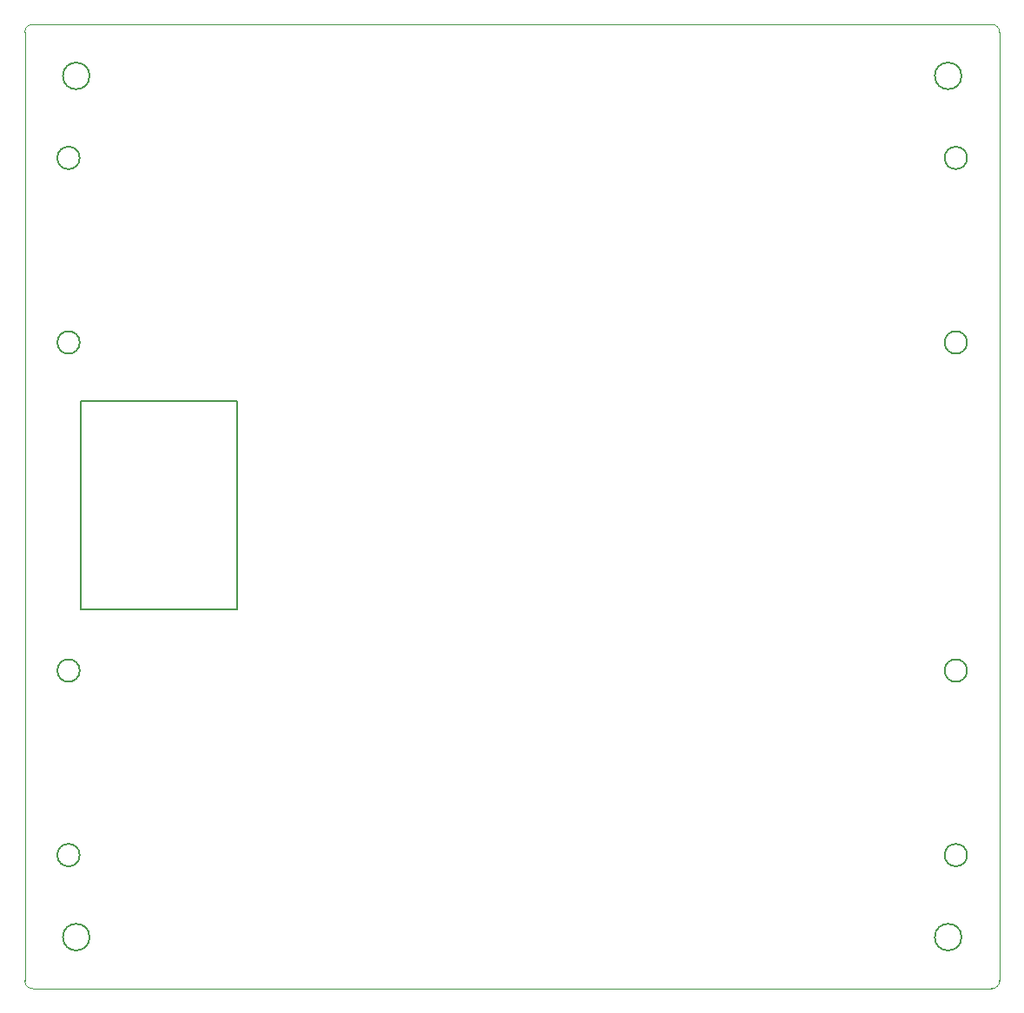
<source format=gm1>
G04 #@! TF.GenerationSoftware,KiCad,Pcbnew,7.0.6*
G04 #@! TF.CreationDate,2023-08-12T11:28:39-04:00*
G04 #@! TF.ProjectId,jerrysbottom,6a657272-7973-4626-9f74-746f6d2e6b69,rev?*
G04 #@! TF.SameCoordinates,Original*
G04 #@! TF.FileFunction,Profile,NP*
%FSLAX46Y46*%
G04 Gerber Fmt 4.6, Leading zero omitted, Abs format (unit mm)*
G04 Created by KiCad (PCBNEW 7.0.6) date 2023-08-12 11:28:39*
%MOMM*%
%LPD*%
G01*
G04 APERTURE LIST*
G04 #@! TA.AperFunction,Profile*
%ADD10C,0.200000*%
G04 #@! TD*
G04 #@! TA.AperFunction,Profile*
%ADD11C,0.100000*%
G04 #@! TD*
G04 APERTURE END LIST*
D10*
X30342200Y-83000000D02*
G75*
G03*
X30342200Y-83000000I-1092200J0D01*
G01*
D11*
X119250000Y-70000000D02*
X25750000Y-70000000D01*
D10*
X31300000Y-159000000D02*
G75*
G03*
X31300000Y-159000000I-1300000J0D01*
G01*
D11*
X25750000Y-70000001D02*
G75*
G03*
X25000001Y-70750000I-60300J-689699D01*
G01*
D10*
X30342200Y-133000000D02*
G75*
G03*
X30342200Y-133000000I-1092200J0D01*
G01*
D11*
X25750000Y-164000000D02*
X119250000Y-164000000D01*
D10*
X116300000Y-75000000D02*
G75*
G03*
X116300000Y-75000000I-1300000J0D01*
G01*
X31300000Y-75000000D02*
G75*
G03*
X31300000Y-75000000I-1300000J0D01*
G01*
X116842200Y-83000000D02*
G75*
G03*
X116842200Y-83000000I-1092200J0D01*
G01*
X30342200Y-151000000D02*
G75*
G03*
X30342200Y-151000000I-1092200J0D01*
G01*
D11*
X25000000Y-70750000D02*
X25000000Y-163250000D01*
D10*
X30480000Y-106680000D02*
X45720000Y-106680000D01*
X45720000Y-127000000D01*
X30480000Y-127000000D01*
X30480000Y-106680000D01*
D11*
X119250000Y-163999999D02*
G75*
G03*
X119999999Y-163250000I60300J689699D01*
G01*
D10*
X116300000Y-159000000D02*
G75*
G03*
X116300000Y-159000000I-1300000J0D01*
G01*
X30342200Y-101000000D02*
G75*
G03*
X30342200Y-101000000I-1092200J0D01*
G01*
D11*
X119999999Y-70750000D02*
G75*
G03*
X119250000Y-70000001I-689699J60300D01*
G01*
X120000000Y-163250000D02*
X120000000Y-70750000D01*
X25000001Y-163250000D02*
G75*
G03*
X25750000Y-163999999I689699J-60300D01*
G01*
D10*
X116842200Y-151000000D02*
G75*
G03*
X116842200Y-151000000I-1092200J0D01*
G01*
X116842200Y-101000000D02*
G75*
G03*
X116842200Y-101000000I-1092200J0D01*
G01*
X116842200Y-133000000D02*
G75*
G03*
X116842200Y-133000000I-1092200J0D01*
G01*
M02*

</source>
